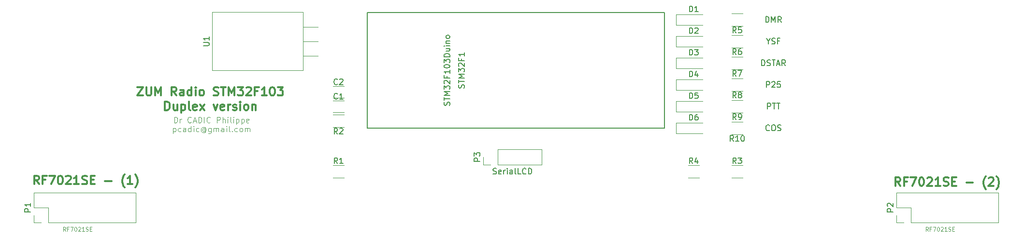
<source format=gbr>
G04 #@! TF.FileFunction,Legend,Top*
%FSLAX46Y46*%
G04 Gerber Fmt 4.6, Leading zero omitted, Abs format (unit mm)*
G04 Created by KiCad (PCBNEW 4.0.4-stable) date 12/22/17 17:35:49*
%MOMM*%
%LPD*%
G01*
G04 APERTURE LIST*
%ADD10C,0.100000*%
%ADD11C,0.300000*%
%ADD12C,0.200000*%
%ADD13C,0.120000*%
%ADD14C,0.150000*%
G04 APERTURE END LIST*
D10*
X88076190Y-57452381D02*
X88076190Y-56452381D01*
X88314285Y-56452381D01*
X88457143Y-56500000D01*
X88552381Y-56595238D01*
X88600000Y-56690476D01*
X88647619Y-56880952D01*
X88647619Y-57023810D01*
X88600000Y-57214286D01*
X88552381Y-57309524D01*
X88457143Y-57404762D01*
X88314285Y-57452381D01*
X88076190Y-57452381D01*
X89076190Y-57452381D02*
X89076190Y-56785714D01*
X89076190Y-56976190D02*
X89123809Y-56880952D01*
X89171428Y-56833333D01*
X89266666Y-56785714D01*
X89361905Y-56785714D01*
X91028572Y-57357143D02*
X90980953Y-57404762D01*
X90838096Y-57452381D01*
X90742858Y-57452381D01*
X90600000Y-57404762D01*
X90504762Y-57309524D01*
X90457143Y-57214286D01*
X90409524Y-57023810D01*
X90409524Y-56880952D01*
X90457143Y-56690476D01*
X90504762Y-56595238D01*
X90600000Y-56500000D01*
X90742858Y-56452381D01*
X90838096Y-56452381D01*
X90980953Y-56500000D01*
X91028572Y-56547619D01*
X91409524Y-57166667D02*
X91885715Y-57166667D01*
X91314286Y-57452381D02*
X91647619Y-56452381D01*
X91980953Y-57452381D01*
X92314286Y-57452381D02*
X92314286Y-56452381D01*
X92552381Y-56452381D01*
X92695239Y-56500000D01*
X92790477Y-56595238D01*
X92838096Y-56690476D01*
X92885715Y-56880952D01*
X92885715Y-57023810D01*
X92838096Y-57214286D01*
X92790477Y-57309524D01*
X92695239Y-57404762D01*
X92552381Y-57452381D01*
X92314286Y-57452381D01*
X93314286Y-57452381D02*
X93314286Y-56452381D01*
X94361905Y-57357143D02*
X94314286Y-57404762D01*
X94171429Y-57452381D01*
X94076191Y-57452381D01*
X93933333Y-57404762D01*
X93838095Y-57309524D01*
X93790476Y-57214286D01*
X93742857Y-57023810D01*
X93742857Y-56880952D01*
X93790476Y-56690476D01*
X93838095Y-56595238D01*
X93933333Y-56500000D01*
X94076191Y-56452381D01*
X94171429Y-56452381D01*
X94314286Y-56500000D01*
X94361905Y-56547619D01*
X95552381Y-57452381D02*
X95552381Y-56452381D01*
X95933334Y-56452381D01*
X96028572Y-56500000D01*
X96076191Y-56547619D01*
X96123810Y-56642857D01*
X96123810Y-56785714D01*
X96076191Y-56880952D01*
X96028572Y-56928571D01*
X95933334Y-56976190D01*
X95552381Y-56976190D01*
X96552381Y-57452381D02*
X96552381Y-56452381D01*
X96980953Y-57452381D02*
X96980953Y-56928571D01*
X96933334Y-56833333D01*
X96838096Y-56785714D01*
X96695238Y-56785714D01*
X96600000Y-56833333D01*
X96552381Y-56880952D01*
X97457143Y-57452381D02*
X97457143Y-56785714D01*
X97457143Y-56452381D02*
X97409524Y-56500000D01*
X97457143Y-56547619D01*
X97504762Y-56500000D01*
X97457143Y-56452381D01*
X97457143Y-56547619D01*
X98076190Y-57452381D02*
X97980952Y-57404762D01*
X97933333Y-57309524D01*
X97933333Y-56452381D01*
X98457143Y-57452381D02*
X98457143Y-56785714D01*
X98457143Y-56452381D02*
X98409524Y-56500000D01*
X98457143Y-56547619D01*
X98504762Y-56500000D01*
X98457143Y-56452381D01*
X98457143Y-56547619D01*
X98933333Y-56785714D02*
X98933333Y-57785714D01*
X98933333Y-56833333D02*
X99028571Y-56785714D01*
X99219048Y-56785714D01*
X99314286Y-56833333D01*
X99361905Y-56880952D01*
X99409524Y-56976190D01*
X99409524Y-57261905D01*
X99361905Y-57357143D01*
X99314286Y-57404762D01*
X99219048Y-57452381D01*
X99028571Y-57452381D01*
X98933333Y-57404762D01*
X99838095Y-56785714D02*
X99838095Y-57785714D01*
X99838095Y-56833333D02*
X99933333Y-56785714D01*
X100123810Y-56785714D01*
X100219048Y-56833333D01*
X100266667Y-56880952D01*
X100314286Y-56976190D01*
X100314286Y-57261905D01*
X100266667Y-57357143D01*
X100219048Y-57404762D01*
X100123810Y-57452381D01*
X99933333Y-57452381D01*
X99838095Y-57404762D01*
X101123810Y-57404762D02*
X101028572Y-57452381D01*
X100838095Y-57452381D01*
X100742857Y-57404762D01*
X100695238Y-57309524D01*
X100695238Y-56928571D01*
X100742857Y-56833333D01*
X100838095Y-56785714D01*
X101028572Y-56785714D01*
X101123810Y-56833333D01*
X101171429Y-56928571D01*
X101171429Y-57023810D01*
X100695238Y-57119048D01*
X87885715Y-58385714D02*
X87885715Y-59385714D01*
X87885715Y-58433333D02*
X87980953Y-58385714D01*
X88171430Y-58385714D01*
X88266668Y-58433333D01*
X88314287Y-58480952D01*
X88361906Y-58576190D01*
X88361906Y-58861905D01*
X88314287Y-58957143D01*
X88266668Y-59004762D01*
X88171430Y-59052381D01*
X87980953Y-59052381D01*
X87885715Y-59004762D01*
X89219049Y-59004762D02*
X89123811Y-59052381D01*
X88933334Y-59052381D01*
X88838096Y-59004762D01*
X88790477Y-58957143D01*
X88742858Y-58861905D01*
X88742858Y-58576190D01*
X88790477Y-58480952D01*
X88838096Y-58433333D01*
X88933334Y-58385714D01*
X89123811Y-58385714D01*
X89219049Y-58433333D01*
X90076192Y-59052381D02*
X90076192Y-58528571D01*
X90028573Y-58433333D01*
X89933335Y-58385714D01*
X89742858Y-58385714D01*
X89647620Y-58433333D01*
X90076192Y-59004762D02*
X89980954Y-59052381D01*
X89742858Y-59052381D01*
X89647620Y-59004762D01*
X89600001Y-58909524D01*
X89600001Y-58814286D01*
X89647620Y-58719048D01*
X89742858Y-58671429D01*
X89980954Y-58671429D01*
X90076192Y-58623810D01*
X90980954Y-59052381D02*
X90980954Y-58052381D01*
X90980954Y-59004762D02*
X90885716Y-59052381D01*
X90695239Y-59052381D01*
X90600001Y-59004762D01*
X90552382Y-58957143D01*
X90504763Y-58861905D01*
X90504763Y-58576190D01*
X90552382Y-58480952D01*
X90600001Y-58433333D01*
X90695239Y-58385714D01*
X90885716Y-58385714D01*
X90980954Y-58433333D01*
X91457144Y-59052381D02*
X91457144Y-58385714D01*
X91457144Y-58052381D02*
X91409525Y-58100000D01*
X91457144Y-58147619D01*
X91504763Y-58100000D01*
X91457144Y-58052381D01*
X91457144Y-58147619D01*
X92361906Y-59004762D02*
X92266668Y-59052381D01*
X92076191Y-59052381D01*
X91980953Y-59004762D01*
X91933334Y-58957143D01*
X91885715Y-58861905D01*
X91885715Y-58576190D01*
X91933334Y-58480952D01*
X91980953Y-58433333D01*
X92076191Y-58385714D01*
X92266668Y-58385714D01*
X92361906Y-58433333D01*
X93409525Y-58576190D02*
X93361906Y-58528571D01*
X93266668Y-58480952D01*
X93171430Y-58480952D01*
X93076192Y-58528571D01*
X93028572Y-58576190D01*
X92980953Y-58671429D01*
X92980953Y-58766667D01*
X93028572Y-58861905D01*
X93076192Y-58909524D01*
X93171430Y-58957143D01*
X93266668Y-58957143D01*
X93361906Y-58909524D01*
X93409525Y-58861905D01*
X93409525Y-58480952D02*
X93409525Y-58861905D01*
X93457144Y-58909524D01*
X93504763Y-58909524D01*
X93600001Y-58861905D01*
X93647620Y-58766667D01*
X93647620Y-58528571D01*
X93552382Y-58385714D01*
X93409525Y-58290476D01*
X93219049Y-58242857D01*
X93028572Y-58290476D01*
X92885715Y-58385714D01*
X92790477Y-58528571D01*
X92742858Y-58719048D01*
X92790477Y-58909524D01*
X92885715Y-59052381D01*
X93028572Y-59147619D01*
X93219049Y-59195238D01*
X93409525Y-59147619D01*
X93552382Y-59052381D01*
X94504763Y-58385714D02*
X94504763Y-59195238D01*
X94457144Y-59290476D01*
X94409525Y-59338095D01*
X94314286Y-59385714D01*
X94171429Y-59385714D01*
X94076191Y-59338095D01*
X94504763Y-59004762D02*
X94409525Y-59052381D01*
X94219048Y-59052381D01*
X94123810Y-59004762D01*
X94076191Y-58957143D01*
X94028572Y-58861905D01*
X94028572Y-58576190D01*
X94076191Y-58480952D01*
X94123810Y-58433333D01*
X94219048Y-58385714D01*
X94409525Y-58385714D01*
X94504763Y-58433333D01*
X94980953Y-59052381D02*
X94980953Y-58385714D01*
X94980953Y-58480952D02*
X95028572Y-58433333D01*
X95123810Y-58385714D01*
X95266668Y-58385714D01*
X95361906Y-58433333D01*
X95409525Y-58528571D01*
X95409525Y-59052381D01*
X95409525Y-58528571D02*
X95457144Y-58433333D01*
X95552382Y-58385714D01*
X95695239Y-58385714D01*
X95790477Y-58433333D01*
X95838096Y-58528571D01*
X95838096Y-59052381D01*
X96742858Y-59052381D02*
X96742858Y-58528571D01*
X96695239Y-58433333D01*
X96600001Y-58385714D01*
X96409524Y-58385714D01*
X96314286Y-58433333D01*
X96742858Y-59004762D02*
X96647620Y-59052381D01*
X96409524Y-59052381D01*
X96314286Y-59004762D01*
X96266667Y-58909524D01*
X96266667Y-58814286D01*
X96314286Y-58719048D01*
X96409524Y-58671429D01*
X96647620Y-58671429D01*
X96742858Y-58623810D01*
X97219048Y-59052381D02*
X97219048Y-58385714D01*
X97219048Y-58052381D02*
X97171429Y-58100000D01*
X97219048Y-58147619D01*
X97266667Y-58100000D01*
X97219048Y-58052381D01*
X97219048Y-58147619D01*
X97838095Y-59052381D02*
X97742857Y-59004762D01*
X97695238Y-58909524D01*
X97695238Y-58052381D01*
X98219048Y-58957143D02*
X98266667Y-59004762D01*
X98219048Y-59052381D01*
X98171429Y-59004762D01*
X98219048Y-58957143D01*
X98219048Y-59052381D01*
X99123810Y-59004762D02*
X99028572Y-59052381D01*
X98838095Y-59052381D01*
X98742857Y-59004762D01*
X98695238Y-58957143D01*
X98647619Y-58861905D01*
X98647619Y-58576190D01*
X98695238Y-58480952D01*
X98742857Y-58433333D01*
X98838095Y-58385714D01*
X99028572Y-58385714D01*
X99123810Y-58433333D01*
X99695238Y-59052381D02*
X99600000Y-59004762D01*
X99552381Y-58957143D01*
X99504762Y-58861905D01*
X99504762Y-58576190D01*
X99552381Y-58480952D01*
X99600000Y-58433333D01*
X99695238Y-58385714D01*
X99838096Y-58385714D01*
X99933334Y-58433333D01*
X99980953Y-58480952D01*
X100028572Y-58576190D01*
X100028572Y-58861905D01*
X99980953Y-58957143D01*
X99933334Y-59004762D01*
X99838096Y-59052381D01*
X99695238Y-59052381D01*
X100457143Y-59052381D02*
X100457143Y-58385714D01*
X100457143Y-58480952D02*
X100504762Y-58433333D01*
X100600000Y-58385714D01*
X100742858Y-58385714D01*
X100838096Y-58433333D01*
X100885715Y-58528571D01*
X100885715Y-59052381D01*
X100885715Y-58528571D02*
X100933334Y-58433333D01*
X101028572Y-58385714D01*
X101171429Y-58385714D01*
X101266667Y-58433333D01*
X101314286Y-58528571D01*
X101314286Y-59052381D01*
D11*
X215285716Y-68578571D02*
X214785716Y-67864286D01*
X214428573Y-68578571D02*
X214428573Y-67078571D01*
X215000001Y-67078571D01*
X215142859Y-67150000D01*
X215214287Y-67221429D01*
X215285716Y-67364286D01*
X215285716Y-67578571D01*
X215214287Y-67721429D01*
X215142859Y-67792857D01*
X215000001Y-67864286D01*
X214428573Y-67864286D01*
X216428573Y-67792857D02*
X215928573Y-67792857D01*
X215928573Y-68578571D02*
X215928573Y-67078571D01*
X216642859Y-67078571D01*
X217071430Y-67078571D02*
X218071430Y-67078571D01*
X217428573Y-68578571D01*
X218928572Y-67078571D02*
X219071429Y-67078571D01*
X219214286Y-67150000D01*
X219285715Y-67221429D01*
X219357144Y-67364286D01*
X219428572Y-67650000D01*
X219428572Y-68007143D01*
X219357144Y-68292857D01*
X219285715Y-68435714D01*
X219214286Y-68507143D01*
X219071429Y-68578571D01*
X218928572Y-68578571D01*
X218785715Y-68507143D01*
X218714286Y-68435714D01*
X218642858Y-68292857D01*
X218571429Y-68007143D01*
X218571429Y-67650000D01*
X218642858Y-67364286D01*
X218714286Y-67221429D01*
X218785715Y-67150000D01*
X218928572Y-67078571D01*
X220000000Y-67221429D02*
X220071429Y-67150000D01*
X220214286Y-67078571D01*
X220571429Y-67078571D01*
X220714286Y-67150000D01*
X220785715Y-67221429D01*
X220857143Y-67364286D01*
X220857143Y-67507143D01*
X220785715Y-67721429D01*
X219928572Y-68578571D01*
X220857143Y-68578571D01*
X222285714Y-68578571D02*
X221428571Y-68578571D01*
X221857143Y-68578571D02*
X221857143Y-67078571D01*
X221714286Y-67292857D01*
X221571428Y-67435714D01*
X221428571Y-67507143D01*
X222857142Y-68507143D02*
X223071428Y-68578571D01*
X223428571Y-68578571D01*
X223571428Y-68507143D01*
X223642857Y-68435714D01*
X223714285Y-68292857D01*
X223714285Y-68150000D01*
X223642857Y-68007143D01*
X223571428Y-67935714D01*
X223428571Y-67864286D01*
X223142857Y-67792857D01*
X222999999Y-67721429D01*
X222928571Y-67650000D01*
X222857142Y-67507143D01*
X222857142Y-67364286D01*
X222928571Y-67221429D01*
X222999999Y-67150000D01*
X223142857Y-67078571D01*
X223499999Y-67078571D01*
X223714285Y-67150000D01*
X224357142Y-67792857D02*
X224857142Y-67792857D01*
X225071428Y-68578571D02*
X224357142Y-68578571D01*
X224357142Y-67078571D01*
X225071428Y-67078571D01*
X226857142Y-68007143D02*
X227999999Y-68007143D01*
X230285713Y-69150000D02*
X230214285Y-69078571D01*
X230071428Y-68864286D01*
X229999999Y-68721429D01*
X229928570Y-68507143D01*
X229857142Y-68150000D01*
X229857142Y-67864286D01*
X229928570Y-67507143D01*
X229999999Y-67292857D01*
X230071428Y-67150000D01*
X230214285Y-66935714D01*
X230285713Y-66864286D01*
X230785713Y-67221429D02*
X230857142Y-67150000D01*
X230999999Y-67078571D01*
X231357142Y-67078571D01*
X231499999Y-67150000D01*
X231571428Y-67221429D01*
X231642856Y-67364286D01*
X231642856Y-67507143D01*
X231571428Y-67721429D01*
X230714285Y-68578571D01*
X231642856Y-68578571D01*
X232142856Y-69150000D02*
X232214284Y-69078571D01*
X232357141Y-68864286D01*
X232428570Y-68721429D01*
X232499999Y-68507143D01*
X232571427Y-68150000D01*
X232571427Y-67864286D01*
X232499999Y-67507143D01*
X232428570Y-67292857D01*
X232357141Y-67150000D01*
X232214284Y-66935714D01*
X232142856Y-66864286D01*
X64385716Y-68278571D02*
X63885716Y-67564286D01*
X63528573Y-68278571D02*
X63528573Y-66778571D01*
X64100001Y-66778571D01*
X64242859Y-66850000D01*
X64314287Y-66921429D01*
X64385716Y-67064286D01*
X64385716Y-67278571D01*
X64314287Y-67421429D01*
X64242859Y-67492857D01*
X64100001Y-67564286D01*
X63528573Y-67564286D01*
X65528573Y-67492857D02*
X65028573Y-67492857D01*
X65028573Y-68278571D02*
X65028573Y-66778571D01*
X65742859Y-66778571D01*
X66171430Y-66778571D02*
X67171430Y-66778571D01*
X66528573Y-68278571D01*
X68028572Y-66778571D02*
X68171429Y-66778571D01*
X68314286Y-66850000D01*
X68385715Y-66921429D01*
X68457144Y-67064286D01*
X68528572Y-67350000D01*
X68528572Y-67707143D01*
X68457144Y-67992857D01*
X68385715Y-68135714D01*
X68314286Y-68207143D01*
X68171429Y-68278571D01*
X68028572Y-68278571D01*
X67885715Y-68207143D01*
X67814286Y-68135714D01*
X67742858Y-67992857D01*
X67671429Y-67707143D01*
X67671429Y-67350000D01*
X67742858Y-67064286D01*
X67814286Y-66921429D01*
X67885715Y-66850000D01*
X68028572Y-66778571D01*
X69100000Y-66921429D02*
X69171429Y-66850000D01*
X69314286Y-66778571D01*
X69671429Y-66778571D01*
X69814286Y-66850000D01*
X69885715Y-66921429D01*
X69957143Y-67064286D01*
X69957143Y-67207143D01*
X69885715Y-67421429D01*
X69028572Y-68278571D01*
X69957143Y-68278571D01*
X71385714Y-68278571D02*
X70528571Y-68278571D01*
X70957143Y-68278571D02*
X70957143Y-66778571D01*
X70814286Y-66992857D01*
X70671428Y-67135714D01*
X70528571Y-67207143D01*
X71957142Y-68207143D02*
X72171428Y-68278571D01*
X72528571Y-68278571D01*
X72671428Y-68207143D01*
X72742857Y-68135714D01*
X72814285Y-67992857D01*
X72814285Y-67850000D01*
X72742857Y-67707143D01*
X72671428Y-67635714D01*
X72528571Y-67564286D01*
X72242857Y-67492857D01*
X72099999Y-67421429D01*
X72028571Y-67350000D01*
X71957142Y-67207143D01*
X71957142Y-67064286D01*
X72028571Y-66921429D01*
X72099999Y-66850000D01*
X72242857Y-66778571D01*
X72599999Y-66778571D01*
X72814285Y-66850000D01*
X73457142Y-67492857D02*
X73957142Y-67492857D01*
X74171428Y-68278571D02*
X73457142Y-68278571D01*
X73457142Y-66778571D01*
X74171428Y-66778571D01*
X75957142Y-67707143D02*
X77099999Y-67707143D01*
X79385713Y-68850000D02*
X79314285Y-68778571D01*
X79171428Y-68564286D01*
X79099999Y-68421429D01*
X79028570Y-68207143D01*
X78957142Y-67850000D01*
X78957142Y-67564286D01*
X79028570Y-67207143D01*
X79099999Y-66992857D01*
X79171428Y-66850000D01*
X79314285Y-66635714D01*
X79385713Y-66564286D01*
X80742856Y-68278571D02*
X79885713Y-68278571D01*
X80314285Y-68278571D02*
X80314285Y-66778571D01*
X80171428Y-66992857D01*
X80028570Y-67135714D01*
X79885713Y-67207143D01*
X81242856Y-68850000D02*
X81314284Y-68778571D01*
X81457141Y-68564286D01*
X81528570Y-68421429D01*
X81599999Y-68207143D01*
X81671427Y-67850000D01*
X81671427Y-67564286D01*
X81599999Y-67207143D01*
X81528570Y-66992857D01*
X81457141Y-66850000D01*
X81314284Y-66635714D01*
X81242856Y-66564286D01*
X81614287Y-51203571D02*
X82614287Y-51203571D01*
X81614287Y-52703571D01*
X82614287Y-52703571D01*
X83185715Y-51203571D02*
X83185715Y-52417857D01*
X83257143Y-52560714D01*
X83328572Y-52632143D01*
X83471429Y-52703571D01*
X83757143Y-52703571D01*
X83900001Y-52632143D01*
X83971429Y-52560714D01*
X84042858Y-52417857D01*
X84042858Y-51203571D01*
X84757144Y-52703571D02*
X84757144Y-51203571D01*
X85257144Y-52275000D01*
X85757144Y-51203571D01*
X85757144Y-52703571D01*
X88471430Y-52703571D02*
X87971430Y-51989286D01*
X87614287Y-52703571D02*
X87614287Y-51203571D01*
X88185715Y-51203571D01*
X88328573Y-51275000D01*
X88400001Y-51346429D01*
X88471430Y-51489286D01*
X88471430Y-51703571D01*
X88400001Y-51846429D01*
X88328573Y-51917857D01*
X88185715Y-51989286D01*
X87614287Y-51989286D01*
X89757144Y-52703571D02*
X89757144Y-51917857D01*
X89685715Y-51775000D01*
X89542858Y-51703571D01*
X89257144Y-51703571D01*
X89114287Y-51775000D01*
X89757144Y-52632143D02*
X89614287Y-52703571D01*
X89257144Y-52703571D01*
X89114287Y-52632143D01*
X89042858Y-52489286D01*
X89042858Y-52346429D01*
X89114287Y-52203571D01*
X89257144Y-52132143D01*
X89614287Y-52132143D01*
X89757144Y-52060714D01*
X91114287Y-52703571D02*
X91114287Y-51203571D01*
X91114287Y-52632143D02*
X90971430Y-52703571D01*
X90685716Y-52703571D01*
X90542858Y-52632143D01*
X90471430Y-52560714D01*
X90400001Y-52417857D01*
X90400001Y-51989286D01*
X90471430Y-51846429D01*
X90542858Y-51775000D01*
X90685716Y-51703571D01*
X90971430Y-51703571D01*
X91114287Y-51775000D01*
X91828573Y-52703571D02*
X91828573Y-51703571D01*
X91828573Y-51203571D02*
X91757144Y-51275000D01*
X91828573Y-51346429D01*
X91900001Y-51275000D01*
X91828573Y-51203571D01*
X91828573Y-51346429D01*
X92757145Y-52703571D02*
X92614287Y-52632143D01*
X92542859Y-52560714D01*
X92471430Y-52417857D01*
X92471430Y-51989286D01*
X92542859Y-51846429D01*
X92614287Y-51775000D01*
X92757145Y-51703571D01*
X92971430Y-51703571D01*
X93114287Y-51775000D01*
X93185716Y-51846429D01*
X93257145Y-51989286D01*
X93257145Y-52417857D01*
X93185716Y-52560714D01*
X93114287Y-52632143D01*
X92971430Y-52703571D01*
X92757145Y-52703571D01*
X94971430Y-52632143D02*
X95185716Y-52703571D01*
X95542859Y-52703571D01*
X95685716Y-52632143D01*
X95757145Y-52560714D01*
X95828573Y-52417857D01*
X95828573Y-52275000D01*
X95757145Y-52132143D01*
X95685716Y-52060714D01*
X95542859Y-51989286D01*
X95257145Y-51917857D01*
X95114287Y-51846429D01*
X95042859Y-51775000D01*
X94971430Y-51632143D01*
X94971430Y-51489286D01*
X95042859Y-51346429D01*
X95114287Y-51275000D01*
X95257145Y-51203571D01*
X95614287Y-51203571D01*
X95828573Y-51275000D01*
X96257144Y-51203571D02*
X97114287Y-51203571D01*
X96685716Y-52703571D02*
X96685716Y-51203571D01*
X97614287Y-52703571D02*
X97614287Y-51203571D01*
X98114287Y-52275000D01*
X98614287Y-51203571D01*
X98614287Y-52703571D01*
X99185716Y-51203571D02*
X100114287Y-51203571D01*
X99614287Y-51775000D01*
X99828573Y-51775000D01*
X99971430Y-51846429D01*
X100042859Y-51917857D01*
X100114287Y-52060714D01*
X100114287Y-52417857D01*
X100042859Y-52560714D01*
X99971430Y-52632143D01*
X99828573Y-52703571D01*
X99400001Y-52703571D01*
X99257144Y-52632143D01*
X99185716Y-52560714D01*
X100685715Y-51346429D02*
X100757144Y-51275000D01*
X100900001Y-51203571D01*
X101257144Y-51203571D01*
X101400001Y-51275000D01*
X101471430Y-51346429D01*
X101542858Y-51489286D01*
X101542858Y-51632143D01*
X101471430Y-51846429D01*
X100614287Y-52703571D01*
X101542858Y-52703571D01*
X102685715Y-51917857D02*
X102185715Y-51917857D01*
X102185715Y-52703571D02*
X102185715Y-51203571D01*
X102900001Y-51203571D01*
X104257143Y-52703571D02*
X103400000Y-52703571D01*
X103828572Y-52703571D02*
X103828572Y-51203571D01*
X103685715Y-51417857D01*
X103542857Y-51560714D01*
X103400000Y-51632143D01*
X105185714Y-51203571D02*
X105328571Y-51203571D01*
X105471428Y-51275000D01*
X105542857Y-51346429D01*
X105614286Y-51489286D01*
X105685714Y-51775000D01*
X105685714Y-52132143D01*
X105614286Y-52417857D01*
X105542857Y-52560714D01*
X105471428Y-52632143D01*
X105328571Y-52703571D01*
X105185714Y-52703571D01*
X105042857Y-52632143D01*
X104971428Y-52560714D01*
X104900000Y-52417857D01*
X104828571Y-52132143D01*
X104828571Y-51775000D01*
X104900000Y-51489286D01*
X104971428Y-51346429D01*
X105042857Y-51275000D01*
X105185714Y-51203571D01*
X106185714Y-51203571D02*
X107114285Y-51203571D01*
X106614285Y-51775000D01*
X106828571Y-51775000D01*
X106971428Y-51846429D01*
X107042857Y-51917857D01*
X107114285Y-52060714D01*
X107114285Y-52417857D01*
X107042857Y-52560714D01*
X106971428Y-52632143D01*
X106828571Y-52703571D01*
X106399999Y-52703571D01*
X106257142Y-52632143D01*
X106185714Y-52560714D01*
X86435715Y-55253571D02*
X86435715Y-53753571D01*
X86792858Y-53753571D01*
X87007143Y-53825000D01*
X87150001Y-53967857D01*
X87221429Y-54110714D01*
X87292858Y-54396429D01*
X87292858Y-54610714D01*
X87221429Y-54896429D01*
X87150001Y-55039286D01*
X87007143Y-55182143D01*
X86792858Y-55253571D01*
X86435715Y-55253571D01*
X88578572Y-54253571D02*
X88578572Y-55253571D01*
X87935715Y-54253571D02*
X87935715Y-55039286D01*
X88007143Y-55182143D01*
X88150001Y-55253571D01*
X88364286Y-55253571D01*
X88507143Y-55182143D01*
X88578572Y-55110714D01*
X89292858Y-54253571D02*
X89292858Y-55753571D01*
X89292858Y-54325000D02*
X89435715Y-54253571D01*
X89721429Y-54253571D01*
X89864286Y-54325000D01*
X89935715Y-54396429D01*
X90007144Y-54539286D01*
X90007144Y-54967857D01*
X89935715Y-55110714D01*
X89864286Y-55182143D01*
X89721429Y-55253571D01*
X89435715Y-55253571D01*
X89292858Y-55182143D01*
X90864287Y-55253571D02*
X90721429Y-55182143D01*
X90650001Y-55039286D01*
X90650001Y-53753571D01*
X92007143Y-55182143D02*
X91864286Y-55253571D01*
X91578572Y-55253571D01*
X91435715Y-55182143D01*
X91364286Y-55039286D01*
X91364286Y-54467857D01*
X91435715Y-54325000D01*
X91578572Y-54253571D01*
X91864286Y-54253571D01*
X92007143Y-54325000D01*
X92078572Y-54467857D01*
X92078572Y-54610714D01*
X91364286Y-54753571D01*
X92578572Y-55253571D02*
X93364286Y-54253571D01*
X92578572Y-54253571D02*
X93364286Y-55253571D01*
X94935715Y-54253571D02*
X95292858Y-55253571D01*
X95650000Y-54253571D01*
X96792857Y-55182143D02*
X96650000Y-55253571D01*
X96364286Y-55253571D01*
X96221429Y-55182143D01*
X96150000Y-55039286D01*
X96150000Y-54467857D01*
X96221429Y-54325000D01*
X96364286Y-54253571D01*
X96650000Y-54253571D01*
X96792857Y-54325000D01*
X96864286Y-54467857D01*
X96864286Y-54610714D01*
X96150000Y-54753571D01*
X97507143Y-55253571D02*
X97507143Y-54253571D01*
X97507143Y-54539286D02*
X97578571Y-54396429D01*
X97650000Y-54325000D01*
X97792857Y-54253571D01*
X97935714Y-54253571D01*
X98364285Y-55182143D02*
X98507142Y-55253571D01*
X98792857Y-55253571D01*
X98935714Y-55182143D01*
X99007142Y-55039286D01*
X99007142Y-54967857D01*
X98935714Y-54825000D01*
X98792857Y-54753571D01*
X98578571Y-54753571D01*
X98435714Y-54682143D01*
X98364285Y-54539286D01*
X98364285Y-54467857D01*
X98435714Y-54325000D01*
X98578571Y-54253571D01*
X98792857Y-54253571D01*
X98935714Y-54325000D01*
X99650000Y-55253571D02*
X99650000Y-54253571D01*
X99650000Y-53753571D02*
X99578571Y-53825000D01*
X99650000Y-53896429D01*
X99721428Y-53825000D01*
X99650000Y-53753571D01*
X99650000Y-53896429D01*
X100578572Y-55253571D02*
X100435714Y-55182143D01*
X100364286Y-55110714D01*
X100292857Y-54967857D01*
X100292857Y-54539286D01*
X100364286Y-54396429D01*
X100435714Y-54325000D01*
X100578572Y-54253571D01*
X100792857Y-54253571D01*
X100935714Y-54325000D01*
X101007143Y-54396429D01*
X101078572Y-54539286D01*
X101078572Y-54967857D01*
X101007143Y-55110714D01*
X100935714Y-55182143D01*
X100792857Y-55253571D01*
X100578572Y-55253571D01*
X101721429Y-54253571D02*
X101721429Y-55253571D01*
X101721429Y-54396429D02*
X101792857Y-54325000D01*
X101935715Y-54253571D01*
X102150000Y-54253571D01*
X102292857Y-54325000D01*
X102364286Y-54467857D01*
X102364286Y-55253571D01*
D12*
X192349524Y-58777143D02*
X192301905Y-58824762D01*
X192159048Y-58872381D01*
X192063810Y-58872381D01*
X191920952Y-58824762D01*
X191825714Y-58729524D01*
X191778095Y-58634286D01*
X191730476Y-58443810D01*
X191730476Y-58300952D01*
X191778095Y-58110476D01*
X191825714Y-58015238D01*
X191920952Y-57920000D01*
X192063810Y-57872381D01*
X192159048Y-57872381D01*
X192301905Y-57920000D01*
X192349524Y-57967619D01*
X192968571Y-57872381D02*
X193159048Y-57872381D01*
X193254286Y-57920000D01*
X193349524Y-58015238D01*
X193397143Y-58205714D01*
X193397143Y-58539048D01*
X193349524Y-58729524D01*
X193254286Y-58824762D01*
X193159048Y-58872381D01*
X192968571Y-58872381D01*
X192873333Y-58824762D01*
X192778095Y-58729524D01*
X192730476Y-58539048D01*
X192730476Y-58205714D01*
X192778095Y-58015238D01*
X192873333Y-57920000D01*
X192968571Y-57872381D01*
X193778095Y-58824762D02*
X193920952Y-58872381D01*
X194159048Y-58872381D01*
X194254286Y-58824762D01*
X194301905Y-58777143D01*
X194349524Y-58681905D01*
X194349524Y-58586667D01*
X194301905Y-58491429D01*
X194254286Y-58443810D01*
X194159048Y-58396190D01*
X193968571Y-58348571D01*
X193873333Y-58300952D01*
X193825714Y-58253333D01*
X193778095Y-58158095D01*
X193778095Y-58062857D01*
X193825714Y-57967619D01*
X193873333Y-57920000D01*
X193968571Y-57872381D01*
X194206667Y-57872381D01*
X194349524Y-57920000D01*
X192016190Y-55062381D02*
X192016190Y-54062381D01*
X192397143Y-54062381D01*
X192492381Y-54110000D01*
X192540000Y-54157619D01*
X192587619Y-54252857D01*
X192587619Y-54395714D01*
X192540000Y-54490952D01*
X192492381Y-54538571D01*
X192397143Y-54586190D01*
X192016190Y-54586190D01*
X192873333Y-54062381D02*
X193444762Y-54062381D01*
X193159047Y-55062381D02*
X193159047Y-54062381D01*
X193635238Y-54062381D02*
X194206667Y-54062381D01*
X193920952Y-55062381D02*
X193920952Y-54062381D01*
X191825714Y-51252381D02*
X191825714Y-50252381D01*
X192206667Y-50252381D01*
X192301905Y-50300000D01*
X192349524Y-50347619D01*
X192397143Y-50442857D01*
X192397143Y-50585714D01*
X192349524Y-50680952D01*
X192301905Y-50728571D01*
X192206667Y-50776190D01*
X191825714Y-50776190D01*
X192778095Y-50347619D02*
X192825714Y-50300000D01*
X192920952Y-50252381D01*
X193159048Y-50252381D01*
X193254286Y-50300000D01*
X193301905Y-50347619D01*
X193349524Y-50442857D01*
X193349524Y-50538095D01*
X193301905Y-50680952D01*
X192730476Y-51252381D01*
X193349524Y-51252381D01*
X194254286Y-50252381D02*
X193778095Y-50252381D01*
X193730476Y-50728571D01*
X193778095Y-50680952D01*
X193873333Y-50633333D01*
X194111429Y-50633333D01*
X194206667Y-50680952D01*
X194254286Y-50728571D01*
X194301905Y-50823810D01*
X194301905Y-51061905D01*
X194254286Y-51157143D01*
X194206667Y-51204762D01*
X194111429Y-51252381D01*
X193873333Y-51252381D01*
X193778095Y-51204762D01*
X193730476Y-51157143D01*
X190992381Y-47442381D02*
X190992381Y-46442381D01*
X191230476Y-46442381D01*
X191373334Y-46490000D01*
X191468572Y-46585238D01*
X191516191Y-46680476D01*
X191563810Y-46870952D01*
X191563810Y-47013810D01*
X191516191Y-47204286D01*
X191468572Y-47299524D01*
X191373334Y-47394762D01*
X191230476Y-47442381D01*
X190992381Y-47442381D01*
X191944762Y-47394762D02*
X192087619Y-47442381D01*
X192325715Y-47442381D01*
X192420953Y-47394762D01*
X192468572Y-47347143D01*
X192516191Y-47251905D01*
X192516191Y-47156667D01*
X192468572Y-47061429D01*
X192420953Y-47013810D01*
X192325715Y-46966190D01*
X192135238Y-46918571D01*
X192040000Y-46870952D01*
X191992381Y-46823333D01*
X191944762Y-46728095D01*
X191944762Y-46632857D01*
X191992381Y-46537619D01*
X192040000Y-46490000D01*
X192135238Y-46442381D01*
X192373334Y-46442381D01*
X192516191Y-46490000D01*
X192801905Y-46442381D02*
X193373334Y-46442381D01*
X193087619Y-47442381D02*
X193087619Y-46442381D01*
X193659048Y-47156667D02*
X194135239Y-47156667D01*
X193563810Y-47442381D02*
X193897143Y-46442381D01*
X194230477Y-47442381D01*
X195135239Y-47442381D02*
X194801905Y-46966190D01*
X194563810Y-47442381D02*
X194563810Y-46442381D01*
X194944763Y-46442381D01*
X195040001Y-46490000D01*
X195087620Y-46537619D01*
X195135239Y-46632857D01*
X195135239Y-46775714D01*
X195087620Y-46870952D01*
X195040001Y-46918571D01*
X194944763Y-46966190D01*
X194563810Y-46966190D01*
X192135238Y-43156190D02*
X192135238Y-43632381D01*
X191801905Y-42632381D02*
X192135238Y-43156190D01*
X192468572Y-42632381D01*
X192754286Y-43584762D02*
X192897143Y-43632381D01*
X193135239Y-43632381D01*
X193230477Y-43584762D01*
X193278096Y-43537143D01*
X193325715Y-43441905D01*
X193325715Y-43346667D01*
X193278096Y-43251429D01*
X193230477Y-43203810D01*
X193135239Y-43156190D01*
X192944762Y-43108571D01*
X192849524Y-43060952D01*
X192801905Y-43013333D01*
X192754286Y-42918095D01*
X192754286Y-42822857D01*
X192801905Y-42727619D01*
X192849524Y-42680000D01*
X192944762Y-42632381D01*
X193182858Y-42632381D01*
X193325715Y-42680000D01*
X194087620Y-43108571D02*
X193754286Y-43108571D01*
X193754286Y-43632381D02*
X193754286Y-42632381D01*
X194230477Y-42632381D01*
X191706667Y-39822381D02*
X191706667Y-38822381D01*
X191944762Y-38822381D01*
X192087620Y-38870000D01*
X192182858Y-38965238D01*
X192230477Y-39060476D01*
X192278096Y-39250952D01*
X192278096Y-39393810D01*
X192230477Y-39584286D01*
X192182858Y-39679524D01*
X192087620Y-39774762D01*
X191944762Y-39822381D01*
X191706667Y-39822381D01*
X192706667Y-39822381D02*
X192706667Y-38822381D01*
X193040001Y-39536667D01*
X193373334Y-38822381D01*
X193373334Y-39822381D01*
X194420953Y-39822381D02*
X194087619Y-39346190D01*
X193849524Y-39822381D02*
X193849524Y-38822381D01*
X194230477Y-38822381D01*
X194325715Y-38870000D01*
X194373334Y-38917619D01*
X194420953Y-39012857D01*
X194420953Y-39155714D01*
X194373334Y-39250952D01*
X194325715Y-39298571D01*
X194230477Y-39346190D01*
X193849524Y-39346190D01*
D13*
X117840000Y-53590000D02*
X115840000Y-53590000D01*
X115840000Y-55630000D02*
X117840000Y-55630000D01*
X117840000Y-51050000D02*
X115840000Y-51050000D01*
X115840000Y-53090000D02*
X117840000Y-53090000D01*
X175970000Y-38420000D02*
X175970000Y-40320000D01*
X175970000Y-40320000D02*
X180670000Y-40320000D01*
X175970000Y-38420000D02*
X180670000Y-38420000D01*
X175970000Y-42230000D02*
X175970000Y-44130000D01*
X175970000Y-44130000D02*
X180670000Y-44130000D01*
X175970000Y-42230000D02*
X180670000Y-42230000D01*
X175970000Y-46040000D02*
X175970000Y-47940000D01*
X175970000Y-47940000D02*
X180670000Y-47940000D01*
X175970000Y-46040000D02*
X180670000Y-46040000D01*
X175970000Y-49850000D02*
X175970000Y-51750000D01*
X175970000Y-51750000D02*
X180670000Y-51750000D01*
X175970000Y-49850000D02*
X180670000Y-49850000D01*
X175970000Y-53660000D02*
X175970000Y-55560000D01*
X175970000Y-55560000D02*
X180670000Y-55560000D01*
X175970000Y-53660000D02*
X180670000Y-53660000D01*
X175970000Y-57470000D02*
X175970000Y-59370000D01*
X175970000Y-59370000D02*
X180670000Y-59370000D01*
X175970000Y-57470000D02*
X180670000Y-57470000D01*
X66040000Y-74990000D02*
X81340000Y-74990000D01*
X81340000Y-74990000D02*
X81340000Y-69790000D01*
X81340000Y-69790000D02*
X63440000Y-69790000D01*
X63440000Y-69790000D02*
X63440000Y-72390000D01*
X63440000Y-72390000D02*
X66040000Y-72390000D01*
X66040000Y-72390000D02*
X66040000Y-74990000D01*
X64770000Y-74990000D02*
X63440000Y-74990000D01*
X63440000Y-74990000D02*
X63440000Y-73720000D01*
X217170000Y-74990000D02*
X232470000Y-74990000D01*
X232470000Y-74990000D02*
X232470000Y-69790000D01*
X232470000Y-69790000D02*
X214570000Y-69790000D01*
X214570000Y-69790000D02*
X214570000Y-72390000D01*
X214570000Y-72390000D02*
X217170000Y-72390000D01*
X217170000Y-72390000D02*
X217170000Y-74990000D01*
X215900000Y-74990000D02*
X214570000Y-74990000D01*
X214570000Y-74990000D02*
X214570000Y-73720000D01*
X144780000Y-64830000D02*
X152460000Y-64830000D01*
X152460000Y-64830000D02*
X152460000Y-62170000D01*
X152460000Y-62170000D02*
X144780000Y-62170000D01*
X144780000Y-62170000D02*
X144780000Y-64830000D01*
X143510000Y-64830000D02*
X142180000Y-64830000D01*
X142180000Y-64830000D02*
X142180000Y-63500000D01*
X117840000Y-67110000D02*
X115840000Y-67110000D01*
X115840000Y-64970000D02*
X117840000Y-64970000D01*
X115840000Y-56080000D02*
X117840000Y-56080000D01*
X117840000Y-58220000D02*
X115840000Y-58220000D01*
X187690000Y-67110000D02*
X185690000Y-67110000D01*
X185690000Y-64970000D02*
X187690000Y-64970000D01*
X180070000Y-67110000D02*
X178070000Y-67110000D01*
X178070000Y-64970000D02*
X180070000Y-64970000D01*
X185690000Y-38300000D02*
X187690000Y-38300000D01*
X187690000Y-40440000D02*
X185690000Y-40440000D01*
X185690000Y-42110000D02*
X187690000Y-42110000D01*
X187690000Y-44250000D02*
X185690000Y-44250000D01*
X185690000Y-45920000D02*
X187690000Y-45920000D01*
X187690000Y-48060000D02*
X185690000Y-48060000D01*
X185690000Y-49730000D02*
X187690000Y-49730000D01*
X187690000Y-51870000D02*
X185690000Y-51870000D01*
X185690000Y-53540000D02*
X187690000Y-53540000D01*
X187690000Y-55680000D02*
X185690000Y-55680000D01*
X185690000Y-57350000D02*
X187690000Y-57350000D01*
X187690000Y-59490000D02*
X185690000Y-59490000D01*
D14*
X121920000Y-58420000D02*
X121920000Y-38100000D01*
X121920000Y-38100000D02*
X173990000Y-38100000D01*
X173990000Y-38100000D02*
X173990000Y-58420000D01*
X173990000Y-58420000D02*
X121920000Y-58420000D01*
D13*
X110610000Y-48300000D02*
X110610000Y-38060000D01*
X94720000Y-48300000D02*
X94720000Y-38060000D01*
X94720000Y-48300000D02*
X110610000Y-48300000D01*
X94720000Y-38060000D02*
X110610000Y-38060000D01*
X110610000Y-45720000D02*
X113250000Y-45720000D01*
X110610000Y-43180000D02*
X113234000Y-43180000D01*
X110610000Y-40640000D02*
X113234000Y-40640000D01*
D14*
X116673334Y-53217143D02*
X116625715Y-53264762D01*
X116482858Y-53312381D01*
X116387620Y-53312381D01*
X116244762Y-53264762D01*
X116149524Y-53169524D01*
X116101905Y-53074286D01*
X116054286Y-52883810D01*
X116054286Y-52740952D01*
X116101905Y-52550476D01*
X116149524Y-52455238D01*
X116244762Y-52360000D01*
X116387620Y-52312381D01*
X116482858Y-52312381D01*
X116625715Y-52360000D01*
X116673334Y-52407619D01*
X117625715Y-53312381D02*
X117054286Y-53312381D01*
X117340000Y-53312381D02*
X117340000Y-52312381D01*
X117244762Y-52455238D01*
X117149524Y-52550476D01*
X117054286Y-52598095D01*
X116673334Y-50677143D02*
X116625715Y-50724762D01*
X116482858Y-50772381D01*
X116387620Y-50772381D01*
X116244762Y-50724762D01*
X116149524Y-50629524D01*
X116101905Y-50534286D01*
X116054286Y-50343810D01*
X116054286Y-50200952D01*
X116101905Y-50010476D01*
X116149524Y-49915238D01*
X116244762Y-49820000D01*
X116387620Y-49772381D01*
X116482858Y-49772381D01*
X116625715Y-49820000D01*
X116673334Y-49867619D01*
X117054286Y-49867619D02*
X117101905Y-49820000D01*
X117197143Y-49772381D01*
X117435239Y-49772381D01*
X117530477Y-49820000D01*
X117578096Y-49867619D01*
X117625715Y-49962857D01*
X117625715Y-50058095D01*
X117578096Y-50200952D01*
X117006667Y-50772381D01*
X117625715Y-50772381D01*
X178331905Y-37972381D02*
X178331905Y-36972381D01*
X178570000Y-36972381D01*
X178712858Y-37020000D01*
X178808096Y-37115238D01*
X178855715Y-37210476D01*
X178903334Y-37400952D01*
X178903334Y-37543810D01*
X178855715Y-37734286D01*
X178808096Y-37829524D01*
X178712858Y-37924762D01*
X178570000Y-37972381D01*
X178331905Y-37972381D01*
X179855715Y-37972381D02*
X179284286Y-37972381D01*
X179570000Y-37972381D02*
X179570000Y-36972381D01*
X179474762Y-37115238D01*
X179379524Y-37210476D01*
X179284286Y-37258095D01*
X178331905Y-41782381D02*
X178331905Y-40782381D01*
X178570000Y-40782381D01*
X178712858Y-40830000D01*
X178808096Y-40925238D01*
X178855715Y-41020476D01*
X178903334Y-41210952D01*
X178903334Y-41353810D01*
X178855715Y-41544286D01*
X178808096Y-41639524D01*
X178712858Y-41734762D01*
X178570000Y-41782381D01*
X178331905Y-41782381D01*
X179284286Y-40877619D02*
X179331905Y-40830000D01*
X179427143Y-40782381D01*
X179665239Y-40782381D01*
X179760477Y-40830000D01*
X179808096Y-40877619D01*
X179855715Y-40972857D01*
X179855715Y-41068095D01*
X179808096Y-41210952D01*
X179236667Y-41782381D01*
X179855715Y-41782381D01*
X178331905Y-45592381D02*
X178331905Y-44592381D01*
X178570000Y-44592381D01*
X178712858Y-44640000D01*
X178808096Y-44735238D01*
X178855715Y-44830476D01*
X178903334Y-45020952D01*
X178903334Y-45163810D01*
X178855715Y-45354286D01*
X178808096Y-45449524D01*
X178712858Y-45544762D01*
X178570000Y-45592381D01*
X178331905Y-45592381D01*
X179236667Y-44592381D02*
X179855715Y-44592381D01*
X179522381Y-44973333D01*
X179665239Y-44973333D01*
X179760477Y-45020952D01*
X179808096Y-45068571D01*
X179855715Y-45163810D01*
X179855715Y-45401905D01*
X179808096Y-45497143D01*
X179760477Y-45544762D01*
X179665239Y-45592381D01*
X179379524Y-45592381D01*
X179284286Y-45544762D01*
X179236667Y-45497143D01*
X178331905Y-49402381D02*
X178331905Y-48402381D01*
X178570000Y-48402381D01*
X178712858Y-48450000D01*
X178808096Y-48545238D01*
X178855715Y-48640476D01*
X178903334Y-48830952D01*
X178903334Y-48973810D01*
X178855715Y-49164286D01*
X178808096Y-49259524D01*
X178712858Y-49354762D01*
X178570000Y-49402381D01*
X178331905Y-49402381D01*
X179760477Y-48735714D02*
X179760477Y-49402381D01*
X179522381Y-48354762D02*
X179284286Y-49069048D01*
X179903334Y-49069048D01*
X178331905Y-53212381D02*
X178331905Y-52212381D01*
X178570000Y-52212381D01*
X178712858Y-52260000D01*
X178808096Y-52355238D01*
X178855715Y-52450476D01*
X178903334Y-52640952D01*
X178903334Y-52783810D01*
X178855715Y-52974286D01*
X178808096Y-53069524D01*
X178712858Y-53164762D01*
X178570000Y-53212381D01*
X178331905Y-53212381D01*
X179808096Y-52212381D02*
X179331905Y-52212381D01*
X179284286Y-52688571D01*
X179331905Y-52640952D01*
X179427143Y-52593333D01*
X179665239Y-52593333D01*
X179760477Y-52640952D01*
X179808096Y-52688571D01*
X179855715Y-52783810D01*
X179855715Y-53021905D01*
X179808096Y-53117143D01*
X179760477Y-53164762D01*
X179665239Y-53212381D01*
X179427143Y-53212381D01*
X179331905Y-53164762D01*
X179284286Y-53117143D01*
X178331905Y-57022381D02*
X178331905Y-56022381D01*
X178570000Y-56022381D01*
X178712858Y-56070000D01*
X178808096Y-56165238D01*
X178855715Y-56260476D01*
X178903334Y-56450952D01*
X178903334Y-56593810D01*
X178855715Y-56784286D01*
X178808096Y-56879524D01*
X178712858Y-56974762D01*
X178570000Y-57022381D01*
X178331905Y-57022381D01*
X179760477Y-56022381D02*
X179570000Y-56022381D01*
X179474762Y-56070000D01*
X179427143Y-56117619D01*
X179331905Y-56260476D01*
X179284286Y-56450952D01*
X179284286Y-56831905D01*
X179331905Y-56927143D01*
X179379524Y-56974762D01*
X179474762Y-57022381D01*
X179665239Y-57022381D01*
X179760477Y-56974762D01*
X179808096Y-56927143D01*
X179855715Y-56831905D01*
X179855715Y-56593810D01*
X179808096Y-56498571D01*
X179760477Y-56450952D01*
X179665239Y-56403333D01*
X179474762Y-56403333D01*
X179379524Y-56450952D01*
X179331905Y-56498571D01*
X179284286Y-56593810D01*
X62892381Y-73128095D02*
X61892381Y-73128095D01*
X61892381Y-72747142D01*
X61940000Y-72651904D01*
X61987619Y-72604285D01*
X62082857Y-72556666D01*
X62225714Y-72556666D01*
X62320952Y-72604285D01*
X62368571Y-72651904D01*
X62416190Y-72747142D01*
X62416190Y-73128095D01*
X62892381Y-71604285D02*
X62892381Y-72175714D01*
X62892381Y-71890000D02*
X61892381Y-71890000D01*
X62035238Y-71985238D01*
X62130476Y-72080476D01*
X62178095Y-72175714D01*
D10*
X69053333Y-76516667D02*
X68819999Y-76183333D01*
X68653333Y-76516667D02*
X68653333Y-75816667D01*
X68919999Y-75816667D01*
X68986666Y-75850000D01*
X69019999Y-75883333D01*
X69053333Y-75950000D01*
X69053333Y-76050000D01*
X69019999Y-76116667D01*
X68986666Y-76150000D01*
X68919999Y-76183333D01*
X68653333Y-76183333D01*
X69586666Y-76150000D02*
X69353333Y-76150000D01*
X69353333Y-76516667D02*
X69353333Y-75816667D01*
X69686666Y-75816667D01*
X69886666Y-75816667D02*
X70353333Y-75816667D01*
X70053333Y-76516667D01*
X70753333Y-75816667D02*
X70820000Y-75816667D01*
X70886666Y-75850000D01*
X70920000Y-75883333D01*
X70953333Y-75950000D01*
X70986666Y-76083333D01*
X70986666Y-76250000D01*
X70953333Y-76383333D01*
X70920000Y-76450000D01*
X70886666Y-76483333D01*
X70820000Y-76516667D01*
X70753333Y-76516667D01*
X70686666Y-76483333D01*
X70653333Y-76450000D01*
X70620000Y-76383333D01*
X70586666Y-76250000D01*
X70586666Y-76083333D01*
X70620000Y-75950000D01*
X70653333Y-75883333D01*
X70686666Y-75850000D01*
X70753333Y-75816667D01*
X71253333Y-75883333D02*
X71286667Y-75850000D01*
X71353333Y-75816667D01*
X71520000Y-75816667D01*
X71586667Y-75850000D01*
X71620000Y-75883333D01*
X71653333Y-75950000D01*
X71653333Y-76016667D01*
X71620000Y-76116667D01*
X71220000Y-76516667D01*
X71653333Y-76516667D01*
X72320000Y-76516667D02*
X71920000Y-76516667D01*
X72120000Y-76516667D02*
X72120000Y-75816667D01*
X72053334Y-75916667D01*
X71986667Y-75983333D01*
X71920000Y-76016667D01*
X72586667Y-76483333D02*
X72686667Y-76516667D01*
X72853334Y-76516667D01*
X72920001Y-76483333D01*
X72953334Y-76450000D01*
X72986667Y-76383333D01*
X72986667Y-76316667D01*
X72953334Y-76250000D01*
X72920001Y-76216667D01*
X72853334Y-76183333D01*
X72720001Y-76150000D01*
X72653334Y-76116667D01*
X72620001Y-76083333D01*
X72586667Y-76016667D01*
X72586667Y-75950000D01*
X72620001Y-75883333D01*
X72653334Y-75850000D01*
X72720001Y-75816667D01*
X72886667Y-75816667D01*
X72986667Y-75850000D01*
X73286668Y-76150000D02*
X73520001Y-76150000D01*
X73620001Y-76516667D02*
X73286668Y-76516667D01*
X73286668Y-75816667D01*
X73620001Y-75816667D01*
D14*
X214022381Y-73128095D02*
X213022381Y-73128095D01*
X213022381Y-72747142D01*
X213070000Y-72651904D01*
X213117619Y-72604285D01*
X213212857Y-72556666D01*
X213355714Y-72556666D01*
X213450952Y-72604285D01*
X213498571Y-72651904D01*
X213546190Y-72747142D01*
X213546190Y-73128095D01*
X213117619Y-72175714D02*
X213070000Y-72128095D01*
X213022381Y-72032857D01*
X213022381Y-71794761D01*
X213070000Y-71699523D01*
X213117619Y-71651904D01*
X213212857Y-71604285D01*
X213308095Y-71604285D01*
X213450952Y-71651904D01*
X214022381Y-72223333D01*
X214022381Y-71604285D01*
D10*
X220183333Y-76516667D02*
X219949999Y-76183333D01*
X219783333Y-76516667D02*
X219783333Y-75816667D01*
X220049999Y-75816667D01*
X220116666Y-75850000D01*
X220149999Y-75883333D01*
X220183333Y-75950000D01*
X220183333Y-76050000D01*
X220149999Y-76116667D01*
X220116666Y-76150000D01*
X220049999Y-76183333D01*
X219783333Y-76183333D01*
X220716666Y-76150000D02*
X220483333Y-76150000D01*
X220483333Y-76516667D02*
X220483333Y-75816667D01*
X220816666Y-75816667D01*
X221016666Y-75816667D02*
X221483333Y-75816667D01*
X221183333Y-76516667D01*
X221883333Y-75816667D02*
X221950000Y-75816667D01*
X222016666Y-75850000D01*
X222050000Y-75883333D01*
X222083333Y-75950000D01*
X222116666Y-76083333D01*
X222116666Y-76250000D01*
X222083333Y-76383333D01*
X222050000Y-76450000D01*
X222016666Y-76483333D01*
X221950000Y-76516667D01*
X221883333Y-76516667D01*
X221816666Y-76483333D01*
X221783333Y-76450000D01*
X221750000Y-76383333D01*
X221716666Y-76250000D01*
X221716666Y-76083333D01*
X221750000Y-75950000D01*
X221783333Y-75883333D01*
X221816666Y-75850000D01*
X221883333Y-75816667D01*
X222383333Y-75883333D02*
X222416667Y-75850000D01*
X222483333Y-75816667D01*
X222650000Y-75816667D01*
X222716667Y-75850000D01*
X222750000Y-75883333D01*
X222783333Y-75950000D01*
X222783333Y-76016667D01*
X222750000Y-76116667D01*
X222350000Y-76516667D01*
X222783333Y-76516667D01*
X223450000Y-76516667D02*
X223050000Y-76516667D01*
X223250000Y-76516667D02*
X223250000Y-75816667D01*
X223183334Y-75916667D01*
X223116667Y-75983333D01*
X223050000Y-76016667D01*
X223716667Y-76483333D02*
X223816667Y-76516667D01*
X223983334Y-76516667D01*
X224050001Y-76483333D01*
X224083334Y-76450000D01*
X224116667Y-76383333D01*
X224116667Y-76316667D01*
X224083334Y-76250000D01*
X224050001Y-76216667D01*
X223983334Y-76183333D01*
X223850001Y-76150000D01*
X223783334Y-76116667D01*
X223750001Y-76083333D01*
X223716667Y-76016667D01*
X223716667Y-75950000D01*
X223750001Y-75883333D01*
X223783334Y-75850000D01*
X223850001Y-75816667D01*
X224016667Y-75816667D01*
X224116667Y-75850000D01*
X224416668Y-76150000D02*
X224650001Y-76150000D01*
X224750001Y-76516667D02*
X224416668Y-76516667D01*
X224416668Y-75816667D01*
X224750001Y-75816667D01*
D14*
X141632381Y-64238095D02*
X140632381Y-64238095D01*
X140632381Y-63857142D01*
X140680000Y-63761904D01*
X140727619Y-63714285D01*
X140822857Y-63666666D01*
X140965714Y-63666666D01*
X141060952Y-63714285D01*
X141108571Y-63761904D01*
X141156190Y-63857142D01*
X141156190Y-64238095D01*
X140632381Y-63333333D02*
X140632381Y-62714285D01*
X141013333Y-63047619D01*
X141013333Y-62904761D01*
X141060952Y-62809523D01*
X141108571Y-62761904D01*
X141203810Y-62714285D01*
X141441905Y-62714285D01*
X141537143Y-62761904D01*
X141584762Y-62809523D01*
X141632381Y-62904761D01*
X141632381Y-63190476D01*
X141584762Y-63285714D01*
X141537143Y-63333333D01*
X143939047Y-66444762D02*
X144081904Y-66492381D01*
X144320000Y-66492381D01*
X144415238Y-66444762D01*
X144462857Y-66397143D01*
X144510476Y-66301905D01*
X144510476Y-66206667D01*
X144462857Y-66111429D01*
X144415238Y-66063810D01*
X144320000Y-66016190D01*
X144129523Y-65968571D01*
X144034285Y-65920952D01*
X143986666Y-65873333D01*
X143939047Y-65778095D01*
X143939047Y-65682857D01*
X143986666Y-65587619D01*
X144034285Y-65540000D01*
X144129523Y-65492381D01*
X144367619Y-65492381D01*
X144510476Y-65540000D01*
X145320000Y-66444762D02*
X145224762Y-66492381D01*
X145034285Y-66492381D01*
X144939047Y-66444762D01*
X144891428Y-66349524D01*
X144891428Y-65968571D01*
X144939047Y-65873333D01*
X145034285Y-65825714D01*
X145224762Y-65825714D01*
X145320000Y-65873333D01*
X145367619Y-65968571D01*
X145367619Y-66063810D01*
X144891428Y-66159048D01*
X145796190Y-66492381D02*
X145796190Y-65825714D01*
X145796190Y-66016190D02*
X145843809Y-65920952D01*
X145891428Y-65873333D01*
X145986666Y-65825714D01*
X146081905Y-65825714D01*
X146415238Y-66492381D02*
X146415238Y-65825714D01*
X146415238Y-65492381D02*
X146367619Y-65540000D01*
X146415238Y-65587619D01*
X146462857Y-65540000D01*
X146415238Y-65492381D01*
X146415238Y-65587619D01*
X147320000Y-66492381D02*
X147320000Y-65968571D01*
X147272381Y-65873333D01*
X147177143Y-65825714D01*
X146986666Y-65825714D01*
X146891428Y-65873333D01*
X147320000Y-66444762D02*
X147224762Y-66492381D01*
X146986666Y-66492381D01*
X146891428Y-66444762D01*
X146843809Y-66349524D01*
X146843809Y-66254286D01*
X146891428Y-66159048D01*
X146986666Y-66111429D01*
X147224762Y-66111429D01*
X147320000Y-66063810D01*
X147939047Y-66492381D02*
X147843809Y-66444762D01*
X147796190Y-66349524D01*
X147796190Y-65492381D01*
X148796191Y-66492381D02*
X148320000Y-66492381D01*
X148320000Y-65492381D01*
X149700953Y-66397143D02*
X149653334Y-66444762D01*
X149510477Y-66492381D01*
X149415239Y-66492381D01*
X149272381Y-66444762D01*
X149177143Y-66349524D01*
X149129524Y-66254286D01*
X149081905Y-66063810D01*
X149081905Y-65920952D01*
X149129524Y-65730476D01*
X149177143Y-65635238D01*
X149272381Y-65540000D01*
X149415239Y-65492381D01*
X149510477Y-65492381D01*
X149653334Y-65540000D01*
X149700953Y-65587619D01*
X150129524Y-66492381D02*
X150129524Y-65492381D01*
X150367619Y-65492381D01*
X150510477Y-65540000D01*
X150605715Y-65635238D01*
X150653334Y-65730476D01*
X150700953Y-65920952D01*
X150700953Y-66063810D01*
X150653334Y-66254286D01*
X150605715Y-66349524D01*
X150510477Y-66444762D01*
X150367619Y-66492381D01*
X150129524Y-66492381D01*
X116673334Y-64642381D02*
X116340000Y-64166190D01*
X116101905Y-64642381D02*
X116101905Y-63642381D01*
X116482858Y-63642381D01*
X116578096Y-63690000D01*
X116625715Y-63737619D01*
X116673334Y-63832857D01*
X116673334Y-63975714D01*
X116625715Y-64070952D01*
X116578096Y-64118571D01*
X116482858Y-64166190D01*
X116101905Y-64166190D01*
X117625715Y-64642381D02*
X117054286Y-64642381D01*
X117340000Y-64642381D02*
X117340000Y-63642381D01*
X117244762Y-63785238D01*
X117149524Y-63880476D01*
X117054286Y-63928095D01*
X116673334Y-59452381D02*
X116340000Y-58976190D01*
X116101905Y-59452381D02*
X116101905Y-58452381D01*
X116482858Y-58452381D01*
X116578096Y-58500000D01*
X116625715Y-58547619D01*
X116673334Y-58642857D01*
X116673334Y-58785714D01*
X116625715Y-58880952D01*
X116578096Y-58928571D01*
X116482858Y-58976190D01*
X116101905Y-58976190D01*
X117054286Y-58547619D02*
X117101905Y-58500000D01*
X117197143Y-58452381D01*
X117435239Y-58452381D01*
X117530477Y-58500000D01*
X117578096Y-58547619D01*
X117625715Y-58642857D01*
X117625715Y-58738095D01*
X117578096Y-58880952D01*
X117006667Y-59452381D01*
X117625715Y-59452381D01*
X186523334Y-64642381D02*
X186190000Y-64166190D01*
X185951905Y-64642381D02*
X185951905Y-63642381D01*
X186332858Y-63642381D01*
X186428096Y-63690000D01*
X186475715Y-63737619D01*
X186523334Y-63832857D01*
X186523334Y-63975714D01*
X186475715Y-64070952D01*
X186428096Y-64118571D01*
X186332858Y-64166190D01*
X185951905Y-64166190D01*
X186856667Y-63642381D02*
X187475715Y-63642381D01*
X187142381Y-64023333D01*
X187285239Y-64023333D01*
X187380477Y-64070952D01*
X187428096Y-64118571D01*
X187475715Y-64213810D01*
X187475715Y-64451905D01*
X187428096Y-64547143D01*
X187380477Y-64594762D01*
X187285239Y-64642381D01*
X186999524Y-64642381D01*
X186904286Y-64594762D01*
X186856667Y-64547143D01*
X178903334Y-64642381D02*
X178570000Y-64166190D01*
X178331905Y-64642381D02*
X178331905Y-63642381D01*
X178712858Y-63642381D01*
X178808096Y-63690000D01*
X178855715Y-63737619D01*
X178903334Y-63832857D01*
X178903334Y-63975714D01*
X178855715Y-64070952D01*
X178808096Y-64118571D01*
X178712858Y-64166190D01*
X178331905Y-64166190D01*
X179760477Y-63975714D02*
X179760477Y-64642381D01*
X179522381Y-63594762D02*
X179284286Y-64309048D01*
X179903334Y-64309048D01*
X186523334Y-41672381D02*
X186190000Y-41196190D01*
X185951905Y-41672381D02*
X185951905Y-40672381D01*
X186332858Y-40672381D01*
X186428096Y-40720000D01*
X186475715Y-40767619D01*
X186523334Y-40862857D01*
X186523334Y-41005714D01*
X186475715Y-41100952D01*
X186428096Y-41148571D01*
X186332858Y-41196190D01*
X185951905Y-41196190D01*
X187428096Y-40672381D02*
X186951905Y-40672381D01*
X186904286Y-41148571D01*
X186951905Y-41100952D01*
X187047143Y-41053333D01*
X187285239Y-41053333D01*
X187380477Y-41100952D01*
X187428096Y-41148571D01*
X187475715Y-41243810D01*
X187475715Y-41481905D01*
X187428096Y-41577143D01*
X187380477Y-41624762D01*
X187285239Y-41672381D01*
X187047143Y-41672381D01*
X186951905Y-41624762D01*
X186904286Y-41577143D01*
X186523334Y-45482381D02*
X186190000Y-45006190D01*
X185951905Y-45482381D02*
X185951905Y-44482381D01*
X186332858Y-44482381D01*
X186428096Y-44530000D01*
X186475715Y-44577619D01*
X186523334Y-44672857D01*
X186523334Y-44815714D01*
X186475715Y-44910952D01*
X186428096Y-44958571D01*
X186332858Y-45006190D01*
X185951905Y-45006190D01*
X187380477Y-44482381D02*
X187190000Y-44482381D01*
X187094762Y-44530000D01*
X187047143Y-44577619D01*
X186951905Y-44720476D01*
X186904286Y-44910952D01*
X186904286Y-45291905D01*
X186951905Y-45387143D01*
X186999524Y-45434762D01*
X187094762Y-45482381D01*
X187285239Y-45482381D01*
X187380477Y-45434762D01*
X187428096Y-45387143D01*
X187475715Y-45291905D01*
X187475715Y-45053810D01*
X187428096Y-44958571D01*
X187380477Y-44910952D01*
X187285239Y-44863333D01*
X187094762Y-44863333D01*
X186999524Y-44910952D01*
X186951905Y-44958571D01*
X186904286Y-45053810D01*
X186523334Y-49292381D02*
X186190000Y-48816190D01*
X185951905Y-49292381D02*
X185951905Y-48292381D01*
X186332858Y-48292381D01*
X186428096Y-48340000D01*
X186475715Y-48387619D01*
X186523334Y-48482857D01*
X186523334Y-48625714D01*
X186475715Y-48720952D01*
X186428096Y-48768571D01*
X186332858Y-48816190D01*
X185951905Y-48816190D01*
X186856667Y-48292381D02*
X187523334Y-48292381D01*
X187094762Y-49292381D01*
X186523334Y-53102381D02*
X186190000Y-52626190D01*
X185951905Y-53102381D02*
X185951905Y-52102381D01*
X186332858Y-52102381D01*
X186428096Y-52150000D01*
X186475715Y-52197619D01*
X186523334Y-52292857D01*
X186523334Y-52435714D01*
X186475715Y-52530952D01*
X186428096Y-52578571D01*
X186332858Y-52626190D01*
X185951905Y-52626190D01*
X187094762Y-52530952D02*
X186999524Y-52483333D01*
X186951905Y-52435714D01*
X186904286Y-52340476D01*
X186904286Y-52292857D01*
X186951905Y-52197619D01*
X186999524Y-52150000D01*
X187094762Y-52102381D01*
X187285239Y-52102381D01*
X187380477Y-52150000D01*
X187428096Y-52197619D01*
X187475715Y-52292857D01*
X187475715Y-52340476D01*
X187428096Y-52435714D01*
X187380477Y-52483333D01*
X187285239Y-52530952D01*
X187094762Y-52530952D01*
X186999524Y-52578571D01*
X186951905Y-52626190D01*
X186904286Y-52721429D01*
X186904286Y-52911905D01*
X186951905Y-53007143D01*
X186999524Y-53054762D01*
X187094762Y-53102381D01*
X187285239Y-53102381D01*
X187380477Y-53054762D01*
X187428096Y-53007143D01*
X187475715Y-52911905D01*
X187475715Y-52721429D01*
X187428096Y-52626190D01*
X187380477Y-52578571D01*
X187285239Y-52530952D01*
X186523334Y-56912381D02*
X186190000Y-56436190D01*
X185951905Y-56912381D02*
X185951905Y-55912381D01*
X186332858Y-55912381D01*
X186428096Y-55960000D01*
X186475715Y-56007619D01*
X186523334Y-56102857D01*
X186523334Y-56245714D01*
X186475715Y-56340952D01*
X186428096Y-56388571D01*
X186332858Y-56436190D01*
X185951905Y-56436190D01*
X186999524Y-56912381D02*
X187190000Y-56912381D01*
X187285239Y-56864762D01*
X187332858Y-56817143D01*
X187428096Y-56674286D01*
X187475715Y-56483810D01*
X187475715Y-56102857D01*
X187428096Y-56007619D01*
X187380477Y-55960000D01*
X187285239Y-55912381D01*
X187094762Y-55912381D01*
X186999524Y-55960000D01*
X186951905Y-56007619D01*
X186904286Y-56102857D01*
X186904286Y-56340952D01*
X186951905Y-56436190D01*
X186999524Y-56483810D01*
X187094762Y-56531429D01*
X187285239Y-56531429D01*
X187380477Y-56483810D01*
X187428096Y-56436190D01*
X187475715Y-56340952D01*
X186047143Y-60722381D02*
X185713809Y-60246190D01*
X185475714Y-60722381D02*
X185475714Y-59722381D01*
X185856667Y-59722381D01*
X185951905Y-59770000D01*
X185999524Y-59817619D01*
X186047143Y-59912857D01*
X186047143Y-60055714D01*
X185999524Y-60150952D01*
X185951905Y-60198571D01*
X185856667Y-60246190D01*
X185475714Y-60246190D01*
X186999524Y-60722381D02*
X186428095Y-60722381D01*
X186713809Y-60722381D02*
X186713809Y-59722381D01*
X186618571Y-59865238D01*
X186523333Y-59960476D01*
X186428095Y-60008095D01*
X187618571Y-59722381D02*
X187713810Y-59722381D01*
X187809048Y-59770000D01*
X187856667Y-59817619D01*
X187904286Y-59912857D01*
X187951905Y-60103333D01*
X187951905Y-60341429D01*
X187904286Y-60531905D01*
X187856667Y-60627143D01*
X187809048Y-60674762D01*
X187713810Y-60722381D01*
X187618571Y-60722381D01*
X187523333Y-60674762D01*
X187475714Y-60627143D01*
X187428095Y-60531905D01*
X187380476Y-60341429D01*
X187380476Y-60103333D01*
X187428095Y-59912857D01*
X187475714Y-59817619D01*
X187523333Y-59770000D01*
X187618571Y-59722381D01*
X138834762Y-51355238D02*
X138882381Y-51212381D01*
X138882381Y-50974285D01*
X138834762Y-50879047D01*
X138787143Y-50831428D01*
X138691905Y-50783809D01*
X138596667Y-50783809D01*
X138501429Y-50831428D01*
X138453810Y-50879047D01*
X138406190Y-50974285D01*
X138358571Y-51164762D01*
X138310952Y-51260000D01*
X138263333Y-51307619D01*
X138168095Y-51355238D01*
X138072857Y-51355238D01*
X137977619Y-51307619D01*
X137930000Y-51260000D01*
X137882381Y-51164762D01*
X137882381Y-50926666D01*
X137930000Y-50783809D01*
X137882381Y-50498095D02*
X137882381Y-49926666D01*
X138882381Y-50212381D02*
X137882381Y-50212381D01*
X138882381Y-49593333D02*
X137882381Y-49593333D01*
X138596667Y-49259999D01*
X137882381Y-48926666D01*
X138882381Y-48926666D01*
X137882381Y-48545714D02*
X137882381Y-47926666D01*
X138263333Y-48260000D01*
X138263333Y-48117142D01*
X138310952Y-48021904D01*
X138358571Y-47974285D01*
X138453810Y-47926666D01*
X138691905Y-47926666D01*
X138787143Y-47974285D01*
X138834762Y-48021904D01*
X138882381Y-48117142D01*
X138882381Y-48402857D01*
X138834762Y-48498095D01*
X138787143Y-48545714D01*
X137977619Y-47545714D02*
X137930000Y-47498095D01*
X137882381Y-47402857D01*
X137882381Y-47164761D01*
X137930000Y-47069523D01*
X137977619Y-47021904D01*
X138072857Y-46974285D01*
X138168095Y-46974285D01*
X138310952Y-47021904D01*
X138882381Y-47593333D01*
X138882381Y-46974285D01*
X138358571Y-46212380D02*
X138358571Y-46545714D01*
X138882381Y-46545714D02*
X137882381Y-46545714D01*
X137882381Y-46069523D01*
X138882381Y-45164761D02*
X138882381Y-45736190D01*
X138882381Y-45450476D02*
X137882381Y-45450476D01*
X138025238Y-45545714D01*
X138120476Y-45640952D01*
X138168095Y-45736190D01*
X136294762Y-54402857D02*
X136342381Y-54260000D01*
X136342381Y-54021904D01*
X136294762Y-53926666D01*
X136247143Y-53879047D01*
X136151905Y-53831428D01*
X136056667Y-53831428D01*
X135961429Y-53879047D01*
X135913810Y-53926666D01*
X135866190Y-54021904D01*
X135818571Y-54212381D01*
X135770952Y-54307619D01*
X135723333Y-54355238D01*
X135628095Y-54402857D01*
X135532857Y-54402857D01*
X135437619Y-54355238D01*
X135390000Y-54307619D01*
X135342381Y-54212381D01*
X135342381Y-53974285D01*
X135390000Y-53831428D01*
X135342381Y-53545714D02*
X135342381Y-52974285D01*
X136342381Y-53260000D02*
X135342381Y-53260000D01*
X136342381Y-52640952D02*
X135342381Y-52640952D01*
X136056667Y-52307618D01*
X135342381Y-51974285D01*
X136342381Y-51974285D01*
X135342381Y-51593333D02*
X135342381Y-50974285D01*
X135723333Y-51307619D01*
X135723333Y-51164761D01*
X135770952Y-51069523D01*
X135818571Y-51021904D01*
X135913810Y-50974285D01*
X136151905Y-50974285D01*
X136247143Y-51021904D01*
X136294762Y-51069523D01*
X136342381Y-51164761D01*
X136342381Y-51450476D01*
X136294762Y-51545714D01*
X136247143Y-51593333D01*
X135437619Y-50593333D02*
X135390000Y-50545714D01*
X135342381Y-50450476D01*
X135342381Y-50212380D01*
X135390000Y-50117142D01*
X135437619Y-50069523D01*
X135532857Y-50021904D01*
X135628095Y-50021904D01*
X135770952Y-50069523D01*
X136342381Y-50640952D01*
X136342381Y-50021904D01*
X135818571Y-49259999D02*
X135818571Y-49593333D01*
X136342381Y-49593333D02*
X135342381Y-49593333D01*
X135342381Y-49117142D01*
X136342381Y-48212380D02*
X136342381Y-48783809D01*
X136342381Y-48498095D02*
X135342381Y-48498095D01*
X135485238Y-48593333D01*
X135580476Y-48688571D01*
X135628095Y-48783809D01*
X135342381Y-47593333D02*
X135342381Y-47498094D01*
X135390000Y-47402856D01*
X135437619Y-47355237D01*
X135532857Y-47307618D01*
X135723333Y-47259999D01*
X135961429Y-47259999D01*
X136151905Y-47307618D01*
X136247143Y-47355237D01*
X136294762Y-47402856D01*
X136342381Y-47498094D01*
X136342381Y-47593333D01*
X136294762Y-47688571D01*
X136247143Y-47736190D01*
X136151905Y-47783809D01*
X135961429Y-47831428D01*
X135723333Y-47831428D01*
X135532857Y-47783809D01*
X135437619Y-47736190D01*
X135390000Y-47688571D01*
X135342381Y-47593333D01*
X135342381Y-46926666D02*
X135342381Y-46307618D01*
X135723333Y-46640952D01*
X135723333Y-46498094D01*
X135770952Y-46402856D01*
X135818571Y-46355237D01*
X135913810Y-46307618D01*
X136151905Y-46307618D01*
X136247143Y-46355237D01*
X136294762Y-46402856D01*
X136342381Y-46498094D01*
X136342381Y-46783809D01*
X136294762Y-46879047D01*
X136247143Y-46926666D01*
X136342381Y-45879047D02*
X135342381Y-45879047D01*
X135342381Y-45640952D01*
X135390000Y-45498094D01*
X135485238Y-45402856D01*
X135580476Y-45355237D01*
X135770952Y-45307618D01*
X135913810Y-45307618D01*
X136104286Y-45355237D01*
X136199524Y-45402856D01*
X136294762Y-45498094D01*
X136342381Y-45640952D01*
X136342381Y-45879047D01*
X135675714Y-44450475D02*
X136342381Y-44450475D01*
X135675714Y-44879047D02*
X136199524Y-44879047D01*
X136294762Y-44831428D01*
X136342381Y-44736190D01*
X136342381Y-44593332D01*
X136294762Y-44498094D01*
X136247143Y-44450475D01*
X136342381Y-43974285D02*
X135675714Y-43974285D01*
X135342381Y-43974285D02*
X135390000Y-44021904D01*
X135437619Y-43974285D01*
X135390000Y-43926666D01*
X135342381Y-43974285D01*
X135437619Y-43974285D01*
X135675714Y-43498095D02*
X136342381Y-43498095D01*
X135770952Y-43498095D02*
X135723333Y-43450476D01*
X135675714Y-43355238D01*
X135675714Y-43212380D01*
X135723333Y-43117142D01*
X135818571Y-43069523D01*
X136342381Y-43069523D01*
X136342381Y-42450476D02*
X136294762Y-42545714D01*
X136247143Y-42593333D01*
X136151905Y-42640952D01*
X135866190Y-42640952D01*
X135770952Y-42593333D01*
X135723333Y-42545714D01*
X135675714Y-42450476D01*
X135675714Y-42307618D01*
X135723333Y-42212380D01*
X135770952Y-42164761D01*
X135866190Y-42117142D01*
X136151905Y-42117142D01*
X136247143Y-42164761D01*
X136294762Y-42212380D01*
X136342381Y-42307618D01*
X136342381Y-42450476D01*
X93172381Y-43941905D02*
X93981905Y-43941905D01*
X94077143Y-43894286D01*
X94124762Y-43846667D01*
X94172381Y-43751429D01*
X94172381Y-43560952D01*
X94124762Y-43465714D01*
X94077143Y-43418095D01*
X93981905Y-43370476D01*
X93172381Y-43370476D01*
X94172381Y-42370476D02*
X94172381Y-42941905D01*
X94172381Y-42656191D02*
X93172381Y-42656191D01*
X93315238Y-42751429D01*
X93410476Y-42846667D01*
X93458095Y-42941905D01*
M02*

</source>
